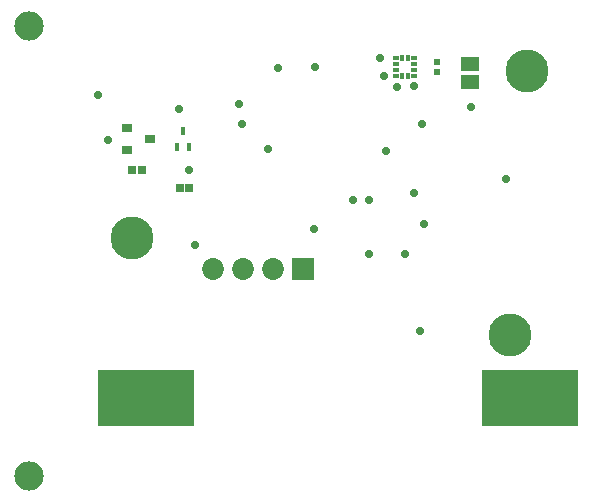
<source format=gbs>
G04*
G04 #@! TF.GenerationSoftware,Altium Limited,Altium Designer,22.8.2 (66)*
G04*
G04 Layer_Color=16711935*
%FSLAX25Y25*%
%MOIN*%
G70*
G04*
G04 #@! TF.SameCoordinates,DBEA32A3-26B1-43DE-8851-A205651FCFC1*
G04*
G04*
G04 #@! TF.FilePolarity,Negative*
G04*
G01*
G75*
%ADD25R,0.02047X0.02047*%
%ADD26R,0.06312X0.05131*%
%ADD38C,0.09800*%
%ADD39C,0.07296*%
%ADD40R,0.07296X0.07296*%
%ADD41C,0.02800*%
%ADD42C,0.14300*%
%ADD66R,0.03543X0.03150*%
%ADD67R,0.01300X0.02800*%
%ADD68R,0.32300X0.18800*%
%ADD69R,0.01883X0.01784*%
%ADD70R,0.01784X0.01883*%
%ADD71R,0.02572X0.02572*%
D25*
X290000Y374075D02*
D03*
Y370925D02*
D03*
D26*
X301000Y367594D02*
D03*
Y373500D02*
D03*
D38*
X154000Y236000D02*
D03*
Y386000D02*
D03*
D39*
X235500Y305000D02*
D03*
X225500D02*
D03*
X215500D02*
D03*
D40*
X245500D02*
D03*
D41*
X209500Y313000D02*
D03*
X279500Y310000D02*
D03*
X180500Y348000D02*
D03*
X284500Y284500D02*
D03*
X204000Y358500D02*
D03*
X176987Y363190D02*
D03*
X233590Y344939D02*
D03*
X313157Y335079D02*
D03*
X282500Y330500D02*
D03*
X285769Y319974D02*
D03*
X249500Y372500D02*
D03*
X237000Y372000D02*
D03*
X225000Y353500D02*
D03*
X273000Y344500D02*
D03*
X285000Y353500D02*
D03*
X272500Y369500D02*
D03*
X271000Y375500D02*
D03*
X276684Y365838D02*
D03*
X282500Y366000D02*
D03*
X267500Y310000D02*
D03*
X249000Y318500D02*
D03*
X267500Y328000D02*
D03*
X262000D02*
D03*
X207500Y338000D02*
D03*
X224000Y360000D02*
D03*
X301500Y359000D02*
D03*
D42*
X314500Y283000D02*
D03*
X320000Y371000D02*
D03*
X188500Y315500D02*
D03*
D66*
X186563Y344760D02*
D03*
Y352240D02*
D03*
X194437Y348500D02*
D03*
D67*
X205500Y351250D02*
D03*
X203532Y345750D02*
D03*
X207469D02*
D03*
D68*
X193000Y262000D02*
D03*
X321000D02*
D03*
D69*
X276498Y369547D02*
D03*
Y371516D02*
D03*
Y373484D02*
D03*
Y375453D02*
D03*
X282502D02*
D03*
Y373484D02*
D03*
Y371516D02*
D03*
Y369547D02*
D03*
D70*
X278515Y375502D02*
D03*
X280484D02*
D03*
Y369498D02*
D03*
X278515D02*
D03*
D71*
X191575Y338000D02*
D03*
X188425D02*
D03*
X204350Y332000D02*
D03*
X207500D02*
D03*
M02*

</source>
